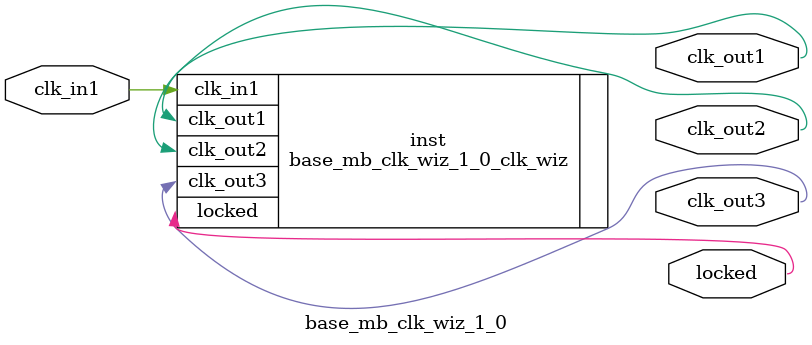
<source format=v>


`timescale 1ps/1ps

(* CORE_GENERATION_INFO = "base_mb_clk_wiz_1_0,clk_wiz_v6_0_2_0_0,{component_name=base_mb_clk_wiz_1_0,use_phase_alignment=true,use_min_o_jitter=false,use_max_i_jitter=false,use_dyn_phase_shift=false,use_inclk_switchover=false,use_dyn_reconfig=false,enable_axi=0,feedback_source=FDBK_AUTO,PRIMITIVE=MMCM,num_out_clk=3,clkin1_period=16.000,clkin2_period=10.0,use_power_down=false,use_reset=false,use_locked=true,use_inclk_stopped=false,feedback_type=SINGLE,CLOCK_MGR_TYPE=NA,manual_override=false}" *)

module base_mb_clk_wiz_1_0 
 (
  // Clock out ports
  output        clk_out1,
  output        clk_out2,
  output        clk_out3,
  // Status and control signals
  output        locked,
 // Clock in ports
  input         clk_in1
 );

  base_mb_clk_wiz_1_0_clk_wiz inst
  (
  // Clock out ports  
  .clk_out1(clk_out1),
  .clk_out2(clk_out2),
  .clk_out3(clk_out3),
  // Status and control signals               
  .locked(locked),
 // Clock in ports
  .clk_in1(clk_in1)
  );

endmodule

</source>
